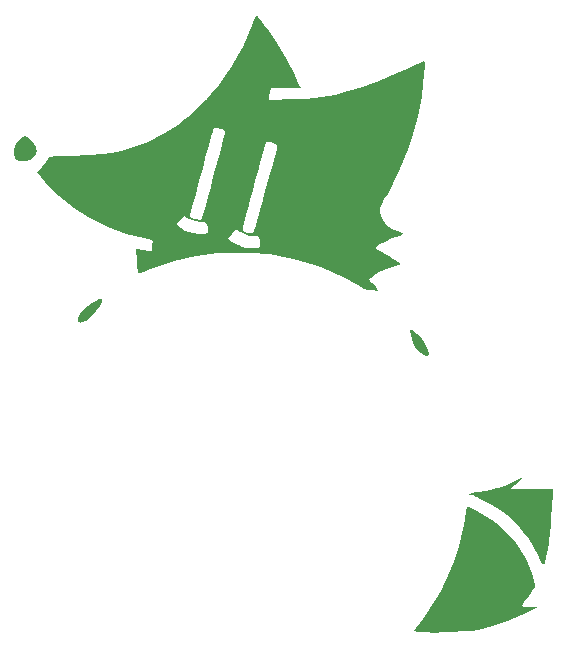
<source format=gbr>
%TF.GenerationSoftware,KiCad,Pcbnew,8.0.4*%
%TF.CreationDate,2024-09-30T12:03:32+02:00*%
%TF.ProjectId,MuHack_10th_pendant,4d754861-636b-45f3-9130-74685f70656e,rev?*%
%TF.SameCoordinates,Original*%
%TF.FileFunction,Legend,Top*%
%TF.FilePolarity,Positive*%
%FSLAX46Y46*%
G04 Gerber Fmt 4.6, Leading zero omitted, Abs format (unit mm)*
G04 Created by KiCad (PCBNEW 8.0.4) date 2024-09-30 12:03:32*
%MOMM*%
%LPD*%
G01*
G04 APERTURE LIST*
%ADD10C,0.000000*%
G04 APERTURE END LIST*
D10*
%TO.C,SilkScreen*%
G36*
X110502697Y-91986780D02*
G01*
X110811631Y-92223748D01*
X111161713Y-92595627D01*
X111483385Y-93019629D01*
X111707090Y-93412966D01*
X111713364Y-93427722D01*
X111861888Y-93869957D01*
X111856523Y-94123076D01*
X111694784Y-94189608D01*
X111374183Y-94072077D01*
X111185026Y-93964459D01*
X110748548Y-93566957D01*
X110459945Y-92990532D01*
X110334224Y-92420955D01*
X110294641Y-92083182D01*
X110311839Y-91938382D01*
X110404547Y-91938280D01*
X110502697Y-91986780D01*
G37*
G36*
X77907628Y-75619491D02*
G01*
X78180622Y-75867135D01*
X78435785Y-76195172D01*
X78615384Y-76531864D01*
X78665877Y-76755772D01*
X78556963Y-77151209D01*
X78271815Y-77464834D01*
X77872819Y-77666871D01*
X77422364Y-77727547D01*
X76982837Y-77617086D01*
X76925733Y-77586273D01*
X76740064Y-77351895D01*
X76693851Y-76995756D01*
X76764847Y-76579128D01*
X76930804Y-76163283D01*
X77169474Y-75809493D01*
X77458611Y-75579029D01*
X77674535Y-75523976D01*
X77907628Y-75619491D01*
G37*
G36*
X84261921Y-89410721D02*
G01*
X84201245Y-89610322D01*
X83994527Y-89969918D01*
X83934287Y-90065700D01*
X83582314Y-90542903D01*
X83201703Y-90932293D01*
X82828424Y-91211104D01*
X82498446Y-91356569D01*
X82247739Y-91345922D01*
X82128107Y-91208895D01*
X82143120Y-90936647D01*
X82328714Y-90592580D01*
X82640731Y-90221222D01*
X83035014Y-89867100D01*
X83467405Y-89574741D01*
X83893749Y-89388673D01*
X83947367Y-89374383D01*
X84177111Y-89341835D01*
X84261921Y-89410721D01*
G37*
G36*
X115975436Y-107314126D02*
G01*
X117215821Y-108040453D01*
X118315716Y-108945129D01*
X119254102Y-110002137D01*
X120009960Y-111185463D01*
X120562273Y-112469089D01*
X120785160Y-113267415D01*
X120831425Y-113524440D01*
X120815667Y-113730045D01*
X120711582Y-113950737D01*
X120492864Y-114253023D01*
X120298578Y-114497597D01*
X120025151Y-114860573D01*
X119836016Y-115155299D01*
X119764261Y-115328881D01*
X119767827Y-115346087D01*
X119917441Y-115407136D01*
X120229283Y-115448228D01*
X120467074Y-115457928D01*
X121100973Y-115464032D01*
X120124050Y-115963876D01*
X118765875Y-116569795D01*
X117326516Y-117052591D01*
X116033185Y-117353601D01*
X115442492Y-117435894D01*
X114706702Y-117504243D01*
X113890520Y-117556091D01*
X113058652Y-117588879D01*
X112275804Y-117600049D01*
X111606681Y-117587043D01*
X111119916Y-117547856D01*
X110541743Y-117466727D01*
X110984136Y-116917208D01*
X111807644Y-115785961D01*
X112600689Y-114493683D01*
X113318125Y-113123131D01*
X113914801Y-111757063D01*
X114148622Y-111116727D01*
X114303969Y-110604628D01*
X114480014Y-109939405D01*
X114654770Y-109208405D01*
X114801741Y-108521710D01*
X115123937Y-106903616D01*
X115975436Y-107314126D01*
G37*
G36*
X119772875Y-104548768D02*
G01*
X119561262Y-104780021D01*
X119421879Y-104906721D01*
X119162729Y-105146572D01*
X118990378Y-105328747D01*
X118963946Y-105365656D01*
X119055519Y-105405585D01*
X119357653Y-105434277D01*
X119836864Y-105450082D01*
X120459671Y-105451348D01*
X120652158Y-105448920D01*
X122401421Y-105421717D01*
X122333774Y-106376433D01*
X122293254Y-106962714D01*
X122246399Y-107662224D01*
X122201926Y-108344423D01*
X122192564Y-108491246D01*
X122133385Y-109176541D01*
X122044126Y-109907106D01*
X121935375Y-110616249D01*
X121817716Y-111237281D01*
X121701736Y-111703511D01*
X121665284Y-111812979D01*
X121606319Y-111904469D01*
X121523245Y-111869292D01*
X121395100Y-111680075D01*
X121200920Y-111309447D01*
X121061201Y-111024187D01*
X120299256Y-109714456D01*
X119355419Y-108538486D01*
X118256780Y-107523250D01*
X117030431Y-106695718D01*
X116376030Y-106359936D01*
X115927010Y-106159870D01*
X115552417Y-106006478D01*
X115315029Y-105925012D01*
X115277967Y-105918240D01*
X115188763Y-105888916D01*
X115280120Y-105833980D01*
X115492220Y-105771024D01*
X115765245Y-105717640D01*
X116039378Y-105691421D01*
X116050053Y-105691175D01*
X116509019Y-105635661D01*
X117109329Y-105499393D01*
X117771912Y-105306808D01*
X118417696Y-105082344D01*
X118967607Y-104850437D01*
X119238713Y-104705731D01*
X119604618Y-104503961D01*
X119785000Y-104454194D01*
X119772875Y-104548768D01*
G37*
G36*
X97317175Y-65329923D02*
G01*
X97493418Y-65519645D01*
X97537798Y-65573009D01*
X98191519Y-66430128D01*
X98875720Y-67444543D01*
X99545209Y-68541340D01*
X100154795Y-69645602D01*
X100659286Y-70682413D01*
X100761527Y-70917182D01*
X101010267Y-71504176D01*
X99785923Y-71481430D01*
X99267311Y-71476187D01*
X98849296Y-71480259D01*
X98585707Y-71492640D01*
X98522359Y-71505014D01*
X98480110Y-71644371D01*
X98425046Y-71930820D01*
X98412473Y-72009275D01*
X98341809Y-72467208D01*
X99970554Y-72467208D01*
X101525414Y-72403343D01*
X103070022Y-72205573D01*
X104640961Y-71864636D01*
X106274814Y-71371271D01*
X108008164Y-70716214D01*
X109552693Y-70041209D01*
X110175786Y-69759514D01*
X110719459Y-69523510D01*
X111146288Y-69348651D01*
X111418850Y-69250393D01*
X111500306Y-69236893D01*
X111521959Y-69389086D01*
X111512071Y-69736931D01*
X111475637Y-70234597D01*
X111417656Y-70836254D01*
X111343123Y-71496072D01*
X111257036Y-72168221D01*
X111164393Y-72806870D01*
X111070189Y-73366189D01*
X111024744Y-73598516D01*
X110559037Y-75413077D01*
X109924626Y-77241595D01*
X109153432Y-79003086D01*
X108277372Y-80616568D01*
X108224451Y-80703196D01*
X107959529Y-81152904D01*
X107809756Y-81475673D01*
X107750643Y-81744940D01*
X107757702Y-82034139D01*
X107763235Y-82086276D01*
X107944720Y-82664937D01*
X108340990Y-83136835D01*
X108942284Y-83491267D01*
X109099945Y-83552001D01*
X109432215Y-83684763D01*
X109643434Y-83797507D01*
X109683185Y-83841391D01*
X109577074Y-83920007D01*
X109300537Y-84043136D01*
X108961039Y-84167505D01*
X108480436Y-84356475D01*
X108017786Y-84581248D01*
X107782541Y-84721477D01*
X107326189Y-85031576D01*
X107897664Y-85374152D01*
X108361976Y-85655198D01*
X108863535Y-85962694D01*
X109045633Y-86075508D01*
X109622127Y-86434289D01*
X109010347Y-86574853D01*
X108025848Y-86900255D01*
X107216556Y-87386031D01*
X107183226Y-87412408D01*
X106820287Y-87703047D01*
X107274813Y-88206152D01*
X107586454Y-88564496D01*
X107726202Y-88763735D01*
X107697752Y-88814516D01*
X107504800Y-88727488D01*
X107443700Y-88692685D01*
X107153205Y-88614326D01*
X106898851Y-88623349D01*
X106664609Y-88613474D01*
X106336317Y-88496450D01*
X105874704Y-88256056D01*
X105553580Y-88067676D01*
X103948528Y-87221716D01*
X102189224Y-86512320D01*
X100336291Y-85959957D01*
X98450352Y-85585098D01*
X98032017Y-85527854D01*
X97120721Y-85452801D01*
X96056925Y-85428098D01*
X94919210Y-85450630D01*
X93786154Y-85517287D01*
X92736339Y-85624955D01*
X91848343Y-85770521D01*
X91834975Y-85773332D01*
X91140178Y-85940267D01*
X90353868Y-86161678D01*
X89543663Y-86415480D01*
X88777185Y-86679591D01*
X88122054Y-86931926D01*
X87692041Y-87126346D01*
X87245617Y-87354095D01*
X87168728Y-86793127D01*
X87118866Y-86301134D01*
X87092897Y-85794563D01*
X87091838Y-85698617D01*
X87091838Y-85165074D01*
X87763473Y-85244012D01*
X88146379Y-85283361D01*
X88346362Y-85271504D01*
X88422810Y-85187824D01*
X88435108Y-85011704D01*
X88435108Y-85010835D01*
X88461314Y-84697871D01*
X88503903Y-84519444D01*
X88487443Y-84412110D01*
X88319311Y-84323348D01*
X88166592Y-84286558D01*
X94959083Y-84286558D01*
X94969905Y-84315028D01*
X95124061Y-84443669D01*
X95426424Y-84621856D01*
X95685408Y-84751162D01*
X96119884Y-84908456D01*
X96590719Y-85009575D01*
X97029623Y-85048086D01*
X97368309Y-85017556D01*
X97531420Y-84925054D01*
X97561438Y-84731625D01*
X97533968Y-84424110D01*
X97529442Y-84399019D01*
X97468136Y-84153725D01*
X97356594Y-84034632D01*
X97121276Y-83996245D01*
X96873186Y-83993022D01*
X96289070Y-83912753D01*
X95923765Y-83730035D01*
X95554434Y-83467048D01*
X95217489Y-83818743D01*
X95015346Y-84085056D01*
X94959083Y-84286558D01*
X88166592Y-84286558D01*
X87961751Y-84237212D01*
X87740682Y-84197064D01*
X86199425Y-83828333D01*
X84662436Y-83264948D01*
X84154038Y-83014607D01*
X90551644Y-83014607D01*
X90642955Y-83164661D01*
X91006790Y-83450736D01*
X91534336Y-83671714D01*
X92147988Y-83800086D01*
X92495444Y-83821257D01*
X92872664Y-83805855D01*
X93127540Y-83763211D01*
X93197608Y-83717088D01*
X93175420Y-83531013D01*
X93160843Y-83449478D01*
X96097120Y-83449478D01*
X96181539Y-83604958D01*
X96445558Y-83734920D01*
X96824599Y-83808827D01*
X96863361Y-83811766D01*
X96932999Y-83760363D01*
X97024129Y-83585515D01*
X97142780Y-83268255D01*
X97294982Y-82789618D01*
X97486764Y-82130636D01*
X97724156Y-81272345D01*
X98013188Y-80195777D01*
X98014456Y-80191006D01*
X98255970Y-79283675D01*
X98478588Y-78449831D01*
X98674242Y-77719486D01*
X98834870Y-77122651D01*
X98952406Y-76689339D01*
X99018786Y-76449562D01*
X99029438Y-76413881D01*
X98954901Y-76308193D01*
X98732224Y-76189165D01*
X98452900Y-76090631D01*
X98208420Y-76046428D01*
X98101482Y-76070705D01*
X98059808Y-76194758D01*
X97964781Y-76520018D01*
X97825857Y-77011677D01*
X97652491Y-77634926D01*
X97454138Y-78354956D01*
X97240255Y-79136958D01*
X97020296Y-79946124D01*
X96803716Y-80747644D01*
X96599972Y-81506709D01*
X96418519Y-82188511D01*
X96268812Y-82758242D01*
X96160306Y-83181091D01*
X96102458Y-83422250D01*
X96097120Y-83449478D01*
X93160843Y-83449478D01*
X93121991Y-83232157D01*
X93121285Y-83228626D01*
X93048248Y-82981942D01*
X92908112Y-82873352D01*
X92618783Y-82847253D01*
X92557864Y-82847016D01*
X92105400Y-82778385D01*
X91644467Y-82606087D01*
X91592833Y-82578403D01*
X91114902Y-82309791D01*
X90792228Y-82632466D01*
X90589828Y-82860304D01*
X90551644Y-83014607D01*
X84154038Y-83014607D01*
X83175103Y-82532568D01*
X82718086Y-82245115D01*
X91664487Y-82245115D01*
X91702379Y-82399820D01*
X91943255Y-82522161D01*
X92066747Y-82558041D01*
X92377260Y-82619515D01*
X92575640Y-82621182D01*
X92597253Y-82610423D01*
X92645179Y-82479480D01*
X92746744Y-82141642D01*
X92893738Y-81626281D01*
X93077950Y-80962773D01*
X93291170Y-80180489D01*
X93525187Y-79308805D01*
X93623402Y-78939323D01*
X93863184Y-78036259D01*
X94084108Y-77207190D01*
X94278098Y-76482188D01*
X94437076Y-75891330D01*
X94552968Y-75464687D01*
X94617696Y-75232333D01*
X94627343Y-75200833D01*
X94552455Y-75091168D01*
X94305538Y-74975962D01*
X94173209Y-74937019D01*
X93825748Y-74870771D01*
X93654989Y-74902145D01*
X93622198Y-74950990D01*
X93579674Y-75101123D01*
X93482723Y-75456607D01*
X93339603Y-75986743D01*
X93158572Y-76660831D01*
X92947888Y-77448173D01*
X92715808Y-78318070D01*
X92647923Y-78572977D01*
X92410656Y-79463542D01*
X92191989Y-80282905D01*
X92000297Y-80999794D01*
X91843955Y-81582935D01*
X91731338Y-82001058D01*
X91670820Y-82222889D01*
X91664487Y-82245115D01*
X82718086Y-82245115D01*
X81782815Y-81656851D01*
X80530962Y-80663454D01*
X79464932Y-79578034D01*
X79370302Y-79465425D01*
X78643513Y-78587200D01*
X79071936Y-78158777D01*
X79342220Y-77854815D01*
X79535336Y-77576417D01*
X79579809Y-77480031D01*
X79623882Y-77382797D01*
X79709669Y-77314596D01*
X79875561Y-77270279D01*
X80159946Y-77244700D01*
X80601214Y-77232712D01*
X81237754Y-77229167D01*
X81452231Y-77228988D01*
X83196407Y-77170465D01*
X84770123Y-76990237D01*
X86219698Y-76679089D01*
X87591453Y-76227809D01*
X88539091Y-75819393D01*
X90049580Y-74975882D01*
X91486580Y-73916766D01*
X92829429Y-72664888D01*
X94057465Y-71243092D01*
X95150028Y-69674221D01*
X96086455Y-67981118D01*
X96541130Y-66972365D01*
X96762901Y-66434642D01*
X96955329Y-65961878D01*
X97095568Y-65610582D01*
X97156257Y-65450893D01*
X97223452Y-65312980D01*
X97317175Y-65329923D01*
G37*
%TD*%
%LPC*%
%TO.C,F-Mask*%
G36*
X91592833Y-82578403D02*
G01*
X92043507Y-82761207D01*
X92509231Y-82845850D01*
X92558886Y-82847016D01*
X92912462Y-82895705D01*
X93109968Y-83071858D01*
X93189071Y-83420601D01*
X93195940Y-83610237D01*
X93088983Y-83740575D01*
X92807563Y-83814273D01*
X92414573Y-83832217D01*
X91972910Y-83795295D01*
X91545469Y-83704393D01*
X91235056Y-83582590D01*
X90909883Y-83383456D01*
X90664415Y-83186497D01*
X90634249Y-83153587D01*
X90549317Y-82996498D01*
X90610274Y-82833150D01*
X90792228Y-82632466D01*
X91114902Y-82309791D01*
X91592833Y-82578403D01*
G37*
G36*
X96102518Y-83788414D02*
G01*
X96605554Y-83988909D01*
X97013718Y-84018303D01*
X97058992Y-84011098D01*
X97327307Y-83986685D01*
X97453770Y-84090829D01*
X97516925Y-84325091D01*
X97584292Y-84722836D01*
X97554203Y-84937078D01*
X97383012Y-85022545D01*
X97027074Y-85033964D01*
X96952656Y-85032626D01*
X96497429Y-85001133D01*
X96078239Y-84935628D01*
X95930885Y-84897494D01*
X95562805Y-84730251D01*
X95204319Y-84497456D01*
X95198192Y-84492571D01*
X94846165Y-84210312D01*
X95186652Y-83852925D01*
X95527139Y-83495538D01*
X96102518Y-83788414D01*
G37*
G36*
X78795908Y-101429462D02*
G01*
X79136389Y-101486120D01*
X79610581Y-101569433D01*
X80070204Y-101652785D01*
X80606131Y-101750843D01*
X81043588Y-101830116D01*
X81332982Y-101881667D01*
X81425595Y-101897016D01*
X81420584Y-101996278D01*
X81387798Y-102141246D01*
X81337273Y-102272370D01*
X81239648Y-102345792D01*
X81049691Y-102364005D01*
X80722171Y-102329500D01*
X80211858Y-102244770D01*
X80045712Y-102215189D01*
X79596515Y-102137530D01*
X79343995Y-102109025D01*
X79244658Y-102134483D01*
X79255010Y-102218716D01*
X79295099Y-102298201D01*
X79357683Y-102520717D01*
X79258533Y-102643368D01*
X79082147Y-102731260D01*
X78957556Y-102687426D01*
X78824276Y-102473470D01*
X78749552Y-102320276D01*
X78604729Y-101941425D01*
X78547011Y-101626166D01*
X78583715Y-101436707D01*
X78642322Y-101408554D01*
X78795908Y-101429462D01*
G37*
G36*
X81463646Y-94912556D02*
G01*
X81653939Y-95173093D01*
X81889521Y-95544695D01*
X81949080Y-95645310D01*
X82349132Y-96242430D01*
X82727796Y-96620277D01*
X82870332Y-96711060D01*
X83166675Y-96885224D01*
X83285675Y-97024843D01*
X83270303Y-97200777D01*
X83232139Y-97307701D01*
X83160648Y-97445913D01*
X83053004Y-97477829D01*
X82852634Y-97394381D01*
X82512511Y-97192388D01*
X82179869Y-97020035D01*
X81830236Y-96927376D01*
X81367841Y-96893077D01*
X81159066Y-96890911D01*
X80643465Y-96880943D01*
X80336817Y-96842009D01*
X80204250Y-96759196D01*
X80210890Y-96617589D01*
X80262253Y-96507354D01*
X80364999Y-96379067D01*
X80536902Y-96325866D01*
X80846354Y-96335328D01*
X81074750Y-96359758D01*
X81764849Y-96440866D01*
X81429370Y-95868415D01*
X81239984Y-95461139D01*
X81167855Y-95115860D01*
X81216595Y-94883947D01*
X81355258Y-94814323D01*
X81463646Y-94912556D01*
G37*
G36*
X112713412Y-100696021D02*
G01*
X112767565Y-100818515D01*
X112797109Y-101097835D01*
X112704469Y-101222436D01*
X112260402Y-101568178D01*
X111983086Y-101810382D01*
X111889125Y-101934300D01*
X111893148Y-101943065D01*
X112028671Y-102002896D01*
X112316547Y-102106190D01*
X112491838Y-102164622D01*
X112871731Y-102326638D01*
X113052669Y-102513412D01*
X113080380Y-102608744D01*
X113066683Y-102785859D01*
X112937073Y-102857377D01*
X112660277Y-102823408D01*
X112205023Y-102684058D01*
X112003377Y-102612457D01*
X111405365Y-102448637D01*
X110839098Y-102425912D01*
X110690636Y-102439273D01*
X110318562Y-102472994D01*
X110128081Y-102454144D01*
X110058636Y-102361959D01*
X110049531Y-102219450D01*
X110086636Y-102025724D01*
X110241890Y-101921109D01*
X110542694Y-101863026D01*
X110961372Y-101736858D01*
X111463545Y-101449265D01*
X111850133Y-101168267D01*
X112246690Y-100865829D01*
X112493968Y-100697283D01*
X112635147Y-100646168D01*
X112713412Y-100696021D01*
G37*
G36*
X96591377Y-87267195D02*
G01*
X96682265Y-87314015D01*
X96745223Y-87440522D01*
X96786954Y-87687348D01*
X96814159Y-88095127D01*
X96833542Y-88704494D01*
X96834416Y-88740558D01*
X96868820Y-90173939D01*
X96558041Y-90173939D01*
X96381783Y-90137065D01*
X96200820Y-90001541D01*
X95979049Y-89730015D01*
X95680365Y-89285134D01*
X95643973Y-89228257D01*
X95040685Y-88282576D01*
X95004483Y-89248986D01*
X94959418Y-89830714D01*
X94875608Y-90175554D01*
X94751279Y-90288038D01*
X94624831Y-90217188D01*
X94591347Y-90068190D01*
X94564205Y-89727546D01*
X94546413Y-89247817D01*
X94540877Y-88749259D01*
X94540877Y-87365285D01*
X94837490Y-87365285D01*
X95010814Y-87406936D01*
X95194710Y-87556306D01*
X95423467Y-87850018D01*
X95722827Y-88310961D01*
X96311550Y-89256637D01*
X96347146Y-88241925D01*
X96370799Y-87741892D01*
X96406054Y-87441626D01*
X96464053Y-87296664D01*
X96555936Y-87262542D01*
X96591377Y-87267195D01*
G37*
G36*
X101373653Y-88237141D02*
G01*
X101556607Y-88298030D01*
X101938626Y-88461817D01*
X102097610Y-88611330D01*
X102026759Y-88735975D01*
X101874648Y-88793496D01*
X101709394Y-88919919D01*
X101534688Y-89230856D01*
X101335353Y-89753714D01*
X101323444Y-89788954D01*
X101179393Y-90265220D01*
X101110578Y-90601977D01*
X101124926Y-90758563D01*
X101133422Y-90763601D01*
X101243140Y-90902130D01*
X101235339Y-91102347D01*
X101165636Y-91188234D01*
X101004088Y-91183337D01*
X100703705Y-91110491D01*
X100555060Y-91063149D01*
X100241773Y-90913918D01*
X100063026Y-90748645D01*
X100043531Y-90610306D01*
X100208001Y-90541876D01*
X100254384Y-90540285D01*
X100389846Y-90476848D01*
X100528783Y-90263204D01*
X100690537Y-89864355D01*
X100791037Y-89569249D01*
X100948592Y-89037119D01*
X101012283Y-88693233D01*
X100978947Y-88554749D01*
X100978156Y-88554474D01*
X100903295Y-88424096D01*
X100924060Y-88309756D01*
X100991995Y-88195777D01*
X101119036Y-88171995D01*
X101373653Y-88237141D01*
G37*
G36*
X101380210Y-117921344D02*
G01*
X101487414Y-118040289D01*
X101501454Y-118199420D01*
X101467765Y-118408818D01*
X101318290Y-118492290D01*
X101090518Y-118504708D01*
X100613193Y-118600659D01*
X100251779Y-118859413D01*
X100056481Y-119237318D01*
X100036069Y-119421487D01*
X100124063Y-120037116D01*
X100390187Y-120489407D01*
X100595433Y-120659407D01*
X100810447Y-120781658D01*
X101002743Y-120809858D01*
X101270099Y-120745223D01*
X101484785Y-120670465D01*
X101912550Y-120552757D01*
X102150675Y-120574032D01*
X102168909Y-120588702D01*
X102222566Y-120781104D01*
X102077245Y-120999884D01*
X101768135Y-121202024D01*
X101615397Y-121265399D01*
X101133398Y-121400398D01*
X100743452Y-121394806D01*
X100335395Y-121244983D01*
X100288680Y-121221586D01*
X99877535Y-120889468D01*
X99579631Y-120410143D01*
X99412889Y-119853237D01*
X99395228Y-119288376D01*
X99544568Y-118785186D01*
X99627522Y-118652677D01*
X100033185Y-118269620D01*
X100561321Y-117998101D01*
X101102462Y-117894324D01*
X101104579Y-117894321D01*
X101380210Y-117921344D01*
G37*
G36*
X80480140Y-98654939D02*
G01*
X80925594Y-98792919D01*
X81357163Y-98982242D01*
X81700465Y-99190117D01*
X81881122Y-99383752D01*
X81883423Y-99389443D01*
X81978895Y-99889432D01*
X81869719Y-100295604D01*
X81584218Y-100587433D01*
X81150718Y-100744395D01*
X80597543Y-100745965D01*
X80153137Y-100643248D01*
X79707071Y-100427330D01*
X79333303Y-100115247D01*
X79091372Y-99766542D01*
X79032223Y-99522279D01*
X79045613Y-99474949D01*
X79570542Y-99474949D01*
X79682894Y-99718715D01*
X80027575Y-99947062D01*
X80107925Y-99983170D01*
X80630503Y-100183952D01*
X80990097Y-100258238D01*
X81231484Y-100207922D01*
X81397667Y-100037724D01*
X81442736Y-99794080D01*
X81255400Y-99566549D01*
X80830911Y-99350762D01*
X80542489Y-99250375D01*
X80155165Y-99137753D01*
X79924283Y-99107326D01*
X79777041Y-99157049D01*
X79696431Y-99226627D01*
X79570542Y-99474949D01*
X79045613Y-99474949D01*
X79143530Y-99128830D01*
X79436748Y-98813135D01*
X79850828Y-98628104D01*
X80095182Y-98601093D01*
X80480140Y-98654939D01*
G37*
G36*
X98520951Y-76117931D02*
G01*
X98616773Y-76142120D01*
X98927373Y-76259520D01*
X99033632Y-76398038D01*
X99025446Y-76475508D01*
X98980422Y-76641507D01*
X98880727Y-77012540D01*
X98734646Y-77557661D01*
X98550462Y-78245928D01*
X98336460Y-79046395D01*
X98100924Y-79928118D01*
X98014431Y-80252064D01*
X97741005Y-81276154D01*
X97521017Y-82087790D01*
X97343487Y-82710098D01*
X97197430Y-83166205D01*
X97071866Y-83479238D01*
X96955810Y-83672323D01*
X96838282Y-83768588D01*
X96708297Y-83791158D01*
X96554874Y-83763162D01*
X96372608Y-83709369D01*
X96150943Y-83605205D01*
X96083337Y-83507840D01*
X96124008Y-83324043D01*
X96217880Y-82947920D01*
X96355544Y-82414426D01*
X96527590Y-81758520D01*
X96724612Y-81015158D01*
X96937198Y-80219298D01*
X97155941Y-79405896D01*
X97371432Y-78609911D01*
X97574262Y-77866299D01*
X97755022Y-77210018D01*
X97904304Y-76676025D01*
X98012698Y-76299276D01*
X98070797Y-76114730D01*
X98076481Y-76102570D01*
X98230123Y-76075418D01*
X98520951Y-76117931D01*
G37*
G36*
X93987721Y-74894282D02*
G01*
X94169750Y-74936141D01*
X94495872Y-75047227D01*
X94617055Y-75175446D01*
X94611284Y-75261012D01*
X94566148Y-75425527D01*
X94466643Y-75795058D01*
X94321067Y-76338570D01*
X94137716Y-77025025D01*
X93924887Y-77823385D01*
X93690876Y-78702613D01*
X93611703Y-79000381D01*
X93372981Y-79892036D01*
X93151763Y-80706142D01*
X92956369Y-81413024D01*
X92795124Y-81983011D01*
X92676348Y-82386430D01*
X92608364Y-82593608D01*
X92598154Y-82614222D01*
X92444589Y-82633567D01*
X92153069Y-82591341D01*
X92063967Y-82570599D01*
X91755350Y-82461590D01*
X91651777Y-82327306D01*
X91660617Y-82253873D01*
X91706031Y-82088287D01*
X91805800Y-81718043D01*
X91951527Y-81174513D01*
X92134817Y-80489070D01*
X92347273Y-79693089D01*
X92580498Y-78817941D01*
X92645720Y-78572977D01*
X92882357Y-77685412D01*
X93099982Y-76871782D01*
X93290331Y-76162790D01*
X93445134Y-75589134D01*
X93556126Y-75181513D01*
X93615039Y-74970629D01*
X93621086Y-74950990D01*
X93726891Y-74873112D01*
X93987721Y-74894282D01*
G37*
G36*
X102533687Y-88625341D02*
G01*
X102658035Y-88663045D01*
X102768424Y-88735290D01*
X102822082Y-88881079D01*
X102826935Y-89156769D01*
X102791504Y-89612314D01*
X102741382Y-90082114D01*
X102687915Y-90481137D01*
X102642659Y-90723156D01*
X102642575Y-90723458D01*
X102685453Y-90765681D01*
X102874195Y-90640585D01*
X103190422Y-90361607D01*
X103358965Y-90199694D01*
X103795587Y-89795506D01*
X104103913Y-89568034D01*
X104306268Y-89501733D01*
X104348738Y-89510596D01*
X104497289Y-89602398D01*
X104525361Y-89737944D01*
X104417355Y-89941818D01*
X104157675Y-90238606D01*
X103730723Y-90652890D01*
X103473717Y-90889817D01*
X103004663Y-91310754D01*
X102676152Y-91582961D01*
X102454256Y-91728612D01*
X102305048Y-91769884D01*
X102194601Y-91728950D01*
X102192372Y-91727310D01*
X102109465Y-91645541D01*
X102062680Y-91520793D01*
X102051483Y-91308591D01*
X102075342Y-90964464D01*
X102133725Y-90443936D01*
X102173171Y-90123841D01*
X102246970Y-89556967D01*
X102314089Y-89085710D01*
X102367173Y-88758871D01*
X102398868Y-88625253D01*
X102399057Y-88625053D01*
X102533687Y-88625341D01*
G37*
G36*
X89650348Y-88689126D02*
G01*
X89695840Y-88757673D01*
X89698359Y-88977563D01*
X89492994Y-89071593D01*
X89418850Y-89074900D01*
X89174785Y-89141930D01*
X88944919Y-89269075D01*
X88762766Y-89469964D01*
X88804305Y-89638981D01*
X89049362Y-89757562D01*
X89477760Y-89807144D01*
X89530172Y-89807593D01*
X90041788Y-89878055D01*
X90362428Y-90095250D01*
X90502607Y-90467889D01*
X90511069Y-90620200D01*
X90397959Y-91027441D01*
X90089351Y-91356476D01*
X89631328Y-91564977D01*
X89442327Y-91601901D01*
X89106963Y-91621561D01*
X88934412Y-91550593D01*
X88880805Y-91459788D01*
X88813391Y-91267295D01*
X88801454Y-91217539D01*
X88908694Y-91177961D01*
X89175849Y-91122984D01*
X89274056Y-91106504D01*
X89723483Y-90974453D01*
X89955111Y-90785867D01*
X89974322Y-90583402D01*
X89786499Y-90409711D01*
X89397026Y-90307447D01*
X89171774Y-90296054D01*
X88656742Y-90215510D01*
X88321840Y-89987421D01*
X88182992Y-89632102D01*
X88256122Y-89169868D01*
X88266733Y-89141429D01*
X88446665Y-88913952D01*
X88748974Y-88735117D01*
X89099679Y-88624790D01*
X89424797Y-88602837D01*
X89650348Y-88689126D01*
G37*
G36*
X94251384Y-118844186D02*
G01*
X94428166Y-118906937D01*
X94513776Y-119052648D01*
X94539902Y-119351090D01*
X94540877Y-119481624D01*
X94568586Y-119849966D01*
X94683923Y-120069510D01*
X94935201Y-120177574D01*
X95370734Y-120211477D01*
X95487271Y-120212656D01*
X95884146Y-120214323D01*
X95884146Y-119542689D01*
X95891951Y-119158113D01*
X95933701Y-118957875D01*
X96036896Y-118882167D01*
X96192979Y-118871054D01*
X96501812Y-118871054D01*
X96467739Y-120489083D01*
X96433665Y-122107112D01*
X96090789Y-122146433D01*
X95747914Y-122185754D01*
X95831803Y-121444270D01*
X95915692Y-120702785D01*
X95167227Y-120702785D01*
X94418761Y-120702785D01*
X94418761Y-121435477D01*
X94412297Y-121841545D01*
X94376975Y-122060781D01*
X94288899Y-122150534D01*
X94124174Y-122168153D01*
X94113473Y-122168170D01*
X93956143Y-122156234D01*
X93865046Y-122085554D01*
X93822194Y-121903818D01*
X93809601Y-121558715D01*
X93809053Y-121282833D01*
X93821429Y-120682334D01*
X93852605Y-120034342D01*
X93885906Y-119593171D01*
X93932124Y-119164752D01*
X93984821Y-118929446D01*
X94068614Y-118836810D01*
X94208114Y-118836401D01*
X94251384Y-118844186D01*
G37*
G36*
X109321226Y-93919491D02*
G01*
X109680009Y-94218180D01*
X109867653Y-94495583D01*
X110011061Y-94790467D01*
X110031056Y-94952793D01*
X109935365Y-95056036D01*
X109927145Y-95061306D01*
X109681690Y-95168232D01*
X109528964Y-95072450D01*
X109448653Y-94900891D01*
X109285313Y-94611243D01*
X109151736Y-94462975D01*
X108927148Y-94348490D01*
X108793932Y-94455712D01*
X108750982Y-94786807D01*
X108778537Y-95194005D01*
X108813400Y-95632721D01*
X108787292Y-95910368D01*
X108689229Y-96104937D01*
X108642401Y-96160690D01*
X108309689Y-96362256D01*
X107899283Y-96376186D01*
X107511582Y-96211237D01*
X107252661Y-95956543D01*
X107039913Y-95624080D01*
X106920114Y-95301467D01*
X106922920Y-95108590D01*
X107067548Y-94947643D01*
X107259477Y-94990631D01*
X107445623Y-95218841D01*
X107487041Y-95307452D01*
X107690334Y-95649228D01*
X107924503Y-95822189D01*
X108144388Y-95799320D01*
X108209807Y-95739820D01*
X108284801Y-95553341D01*
X108261513Y-95247713D01*
X108208258Y-95010193D01*
X108132447Y-94629575D01*
X108149477Y-94375576D01*
X108256622Y-94159487D01*
X108559641Y-93879737D01*
X108931140Y-93803208D01*
X109321226Y-93919491D01*
G37*
G36*
X92669538Y-87658794D02*
G01*
X92830549Y-87789440D01*
X93041941Y-88056794D01*
X93329190Y-88491137D01*
X93540882Y-88831975D01*
X93836466Y-89323605D01*
X94077871Y-89742711D01*
X94239706Y-90043984D01*
X94296646Y-90180714D01*
X94214943Y-90305581D01*
X94018649Y-90298528D01*
X93780989Y-90183758D01*
X93575187Y-89985472D01*
X93540091Y-89930655D01*
X93366318Y-89685556D01*
X93167257Y-89614441D01*
X92929514Y-89643680D01*
X92622008Y-89708266D01*
X92471979Y-89796496D01*
X92398759Y-89986191D01*
X92354651Y-90198271D01*
X92234199Y-90511842D01*
X92018603Y-90637777D01*
X92002461Y-90640365D01*
X91785690Y-90612595D01*
X91738673Y-90518249D01*
X91764169Y-90338671D01*
X91828326Y-89975552D01*
X91920962Y-89484652D01*
X92013433Y-89013843D01*
X92038933Y-88891727D01*
X92587031Y-88891727D01*
X92640504Y-89133593D01*
X92765754Y-89195036D01*
X92885508Y-89085920D01*
X92906773Y-88889986D01*
X92825047Y-88679577D01*
X92696081Y-88586439D01*
X92614081Y-88691019D01*
X92587031Y-88891727D01*
X92038933Y-88891727D01*
X92137466Y-88419868D01*
X92237194Y-88025833D01*
X92328084Y-87790706D01*
X92425607Y-87673457D01*
X92533430Y-87634575D01*
X92669538Y-87658794D01*
G37*
G36*
X91561010Y-118293444D02*
G01*
X91654854Y-118417171D01*
X91671367Y-118668897D01*
X91613888Y-119085865D01*
X91507276Y-119607513D01*
X91386756Y-120247376D01*
X91357640Y-120695200D01*
X91427960Y-120988507D01*
X91605750Y-121164820D01*
X91859648Y-121253470D01*
X92136561Y-121280967D01*
X92349644Y-121203050D01*
X92521907Y-120987648D01*
X92676358Y-120602691D01*
X92836007Y-120016110D01*
X92880166Y-119831053D01*
X93011093Y-119298087D01*
X93113584Y-118963705D01*
X93206508Y-118786882D01*
X93308735Y-118726596D01*
X93386593Y-118730019D01*
X93607739Y-118787323D01*
X93676354Y-118822067D01*
X93672900Y-118954542D01*
X93622428Y-119271555D01*
X93534214Y-119719990D01*
X93459824Y-120062140D01*
X93249327Y-120829636D01*
X93003372Y-121372849D01*
X92701940Y-121711240D01*
X92325012Y-121864266D01*
X91852570Y-121851389D01*
X91660506Y-121811180D01*
X91261187Y-121684489D01*
X91017030Y-121505318D01*
X90839697Y-121202322D01*
X90804000Y-121119448D01*
X90730723Y-120905912D01*
X90703022Y-120680280D01*
X90724181Y-120383135D01*
X90797485Y-119955058D01*
X90894302Y-119485798D01*
X91021032Y-118921739D01*
X91123417Y-118558097D01*
X91217693Y-118354453D01*
X91320096Y-118270388D01*
X91386494Y-118260477D01*
X91561010Y-118293444D01*
G37*
G36*
X87446723Y-89909568D02*
G01*
X87735103Y-90173713D01*
X87861759Y-90538374D01*
X87816299Y-90859585D01*
X87789850Y-91023837D01*
X87883522Y-91159023D01*
X88141547Y-91312333D01*
X88322294Y-91399450D01*
X88711198Y-91599086D01*
X88888280Y-91747594D01*
X88872571Y-91873567D01*
X88714390Y-91988481D01*
X88492814Y-92025174D01*
X88159449Y-91923059D01*
X87943204Y-91820752D01*
X87513115Y-91642218D01*
X87245356Y-91616122D01*
X87152966Y-91736112D01*
X87248981Y-91995833D01*
X87330165Y-92119493D01*
X87504817Y-92457324D01*
X87516201Y-92717049D01*
X87367010Y-92851565D01*
X87287793Y-92860477D01*
X87155628Y-92762391D01*
X86931566Y-92496085D01*
X86648150Y-92103490D01*
X86369809Y-91677761D01*
X85816105Y-90792710D01*
X86510602Y-90792710D01*
X86627404Y-91021841D01*
X86792490Y-91182089D01*
X87000648Y-91134311D01*
X87222257Y-90949474D01*
X87298608Y-90828116D01*
X87278892Y-90601414D01*
X87183841Y-90457837D01*
X86983468Y-90338201D01*
X86740012Y-90410399D01*
X86739739Y-90410545D01*
X86523397Y-90580742D01*
X86510602Y-90792710D01*
X85816105Y-90792710D01*
X85629881Y-90495045D01*
X86147158Y-90151841D01*
X86534332Y-89945097D01*
X86910483Y-89822876D01*
X87042383Y-89808115D01*
X87446723Y-89909568D01*
G37*
G36*
X111019347Y-96338989D02*
G01*
X111030287Y-96343134D01*
X111137381Y-96516677D01*
X111148569Y-96602391D01*
X111073960Y-96756564D01*
X110875361Y-97042255D01*
X110590614Y-97413848D01*
X110257561Y-97825728D01*
X109914043Y-98232278D01*
X109597902Y-98587882D01*
X109346981Y-98846925D01*
X109199122Y-98963790D01*
X109187575Y-98966246D01*
X109077199Y-98865421D01*
X109008253Y-98711627D01*
X109027088Y-98410288D01*
X109189053Y-98178532D01*
X109353094Y-97979271D01*
X109381666Y-97807902D01*
X109284941Y-97553081D01*
X109252457Y-97484406D01*
X109099723Y-97215489D01*
X108924907Y-97109416D01*
X108625029Y-97109852D01*
X108576017Y-97114362D01*
X108231569Y-97116465D01*
X108166275Y-97082378D01*
X109723071Y-97082378D01*
X109742583Y-97253946D01*
X109871420Y-97308473D01*
X110075139Y-97172999D01*
X110235157Y-97009748D01*
X110213039Y-96936754D01*
X110111102Y-96909362D01*
X109866009Y-96937130D01*
X109723071Y-97082378D01*
X108166275Y-97082378D01*
X108056889Y-97025272D01*
X108020592Y-96958802D01*
X107981927Y-96759144D01*
X107999959Y-96701075D01*
X108148981Y-96654627D01*
X108481946Y-96594500D01*
X108939509Y-96527702D01*
X109462331Y-96461243D01*
X109991067Y-96402133D01*
X110466377Y-96357381D01*
X110828917Y-96333997D01*
X111019347Y-96338989D01*
G37*
G36*
X105194409Y-90136212D02*
G01*
X105464794Y-90267735D01*
X105794399Y-90483264D01*
X106131278Y-90724998D01*
X106378590Y-90901564D01*
X106480530Y-90973179D01*
X106484416Y-91089522D01*
X106389154Y-91266452D01*
X106263539Y-91387233D01*
X106231886Y-91395093D01*
X106060200Y-91326344D01*
X105792090Y-91155410D01*
X105712813Y-91096846D01*
X105424857Y-90912186D01*
X105243395Y-90895404D01*
X105182296Y-90938096D01*
X105054843Y-91151826D01*
X105131275Y-91369681D01*
X105409146Y-91620014D01*
X105684337Y-91889386D01*
X105751061Y-92096805D01*
X105643503Y-92208060D01*
X105395845Y-92188942D01*
X105042271Y-92005240D01*
X105031695Y-91997762D01*
X104645576Y-91722821D01*
X104427499Y-92011932D01*
X104306777Y-92191196D01*
X104304769Y-92322047D01*
X104449564Y-92473053D01*
X104691009Y-92655207D01*
X104976304Y-92887628D01*
X105079105Y-93047372D01*
X105031688Y-93179154D01*
X104919107Y-93296321D01*
X104802331Y-93326543D01*
X104626340Y-93253578D01*
X104336113Y-93061183D01*
X104126544Y-92911958D01*
X103811846Y-92662226D01*
X103605724Y-92451234D01*
X103554436Y-92339791D01*
X103638059Y-92187248D01*
X103831902Y-91887204D01*
X104102855Y-91489906D01*
X104287128Y-91227908D01*
X104592614Y-90797763D01*
X104847413Y-90437874D01*
X105016411Y-90197897D01*
X105061707Y-90132585D01*
X105194409Y-90136212D01*
G37*
G36*
X107373128Y-91726509D02*
G01*
X107615955Y-91941848D01*
X107869296Y-92246707D01*
X108082614Y-92577226D01*
X108205373Y-92869541D01*
X108217800Y-92961658D01*
X108107792Y-93337860D01*
X107825044Y-93656459D01*
X107440474Y-93843089D01*
X107363752Y-93857224D01*
X107168637Y-93920554D01*
X107049852Y-94087508D01*
X106963757Y-94424200D01*
X106953667Y-94478506D01*
X106840198Y-94881912D01*
X106686534Y-95048410D01*
X106486999Y-94982873D01*
X106428107Y-94929630D01*
X106366690Y-94743772D01*
X106401795Y-94382954D01*
X106453645Y-94136229D01*
X106531815Y-93675743D01*
X106499951Y-93431717D01*
X106355734Y-93401416D01*
X106096848Y-93582108D01*
X106033647Y-93640887D01*
X105739661Y-93884902D01*
X105527864Y-93945720D01*
X105337274Y-93838010D01*
X105312767Y-93814290D01*
X105285512Y-93707315D01*
X105374156Y-93525421D01*
X105598209Y-93241057D01*
X105932656Y-92875355D01*
X106691358Y-92875355D01*
X106972085Y-93106024D01*
X107280715Y-93264703D01*
X107530915Y-93212481D01*
X107652716Y-93040176D01*
X107628261Y-92833474D01*
X107486424Y-92591685D01*
X107255755Y-92310958D01*
X106973556Y-92593157D01*
X106691358Y-92875355D01*
X105932656Y-92875355D01*
X105977182Y-92826668D01*
X106112622Y-92684723D01*
X106504420Y-92285446D01*
X106842478Y-91957191D01*
X107086992Y-91737601D01*
X107191354Y-91664556D01*
X107373128Y-91726509D01*
G37*
G36*
X98388028Y-87523801D02*
G01*
X98519359Y-87659522D01*
X98668002Y-87934341D01*
X98858776Y-88388036D01*
X98938285Y-88591762D01*
X99364435Y-89696123D01*
X99553738Y-88744406D01*
X99656383Y-88266144D01*
X99743082Y-87984385D01*
X99834936Y-87854225D01*
X99953045Y-87830762D01*
X99981142Y-87834827D01*
X100189817Y-87881208D01*
X100247284Y-87903574D01*
X100236422Y-88026389D01*
X100185784Y-88339956D01*
X100103730Y-88795584D01*
X100008092Y-89296291D01*
X99889190Y-89886693D01*
X99796858Y-90277484D01*
X99714631Y-90509462D01*
X99626042Y-90623427D01*
X99514624Y-90660177D01*
X99456720Y-90662400D01*
X99252090Y-90606521D01*
X99079855Y-90404748D01*
X98932691Y-90102757D01*
X98794918Y-89774768D01*
X98708164Y-89555589D01*
X98692800Y-89507093D01*
X98649402Y-89383443D01*
X98540556Y-89116394D01*
X98490475Y-88998227D01*
X98288150Y-88525381D01*
X98128046Y-89370165D01*
X98017206Y-89893910D01*
X97914851Y-90207358D01*
X97802522Y-90342954D01*
X97661758Y-90333140D01*
X97599275Y-90299462D01*
X97523600Y-90219326D01*
X97493746Y-90069190D01*
X97511439Y-89802745D01*
X97578404Y-89373678D01*
X97648019Y-88991806D01*
X97765995Y-88369243D01*
X97854903Y-87947623D01*
X97930389Y-87687789D01*
X98008103Y-87550581D01*
X98103691Y-87496843D01*
X98232802Y-87487414D01*
X98249186Y-87487400D01*
X98388028Y-87523801D01*
G37*
G36*
X103828754Y-116900339D02*
G01*
X103777230Y-117179144D01*
X103662846Y-117576108D01*
X103631198Y-117671289D01*
X103488977Y-118092975D01*
X103383661Y-118411976D01*
X103334564Y-118569630D01*
X103333185Y-118576475D01*
X103431118Y-118646228D01*
X103692710Y-118807772D01*
X104069648Y-119031585D01*
X104247422Y-119135134D01*
X104654446Y-119384988D01*
X104959513Y-119599232D01*
X105116037Y-119743943D01*
X105126470Y-119775257D01*
X104995667Y-119901870D01*
X104838439Y-119979242D01*
X104608090Y-119990061D01*
X104276527Y-119868136D01*
X103892218Y-119655087D01*
X103414707Y-119380060D01*
X103119432Y-119253224D01*
X102988118Y-119283324D01*
X103002494Y-119479104D01*
X103144285Y-119849311D01*
X103203919Y-119984498D01*
X103340127Y-120339890D01*
X103350781Y-120538971D01*
X103295506Y-120606540D01*
X103067877Y-120691777D01*
X102874965Y-120604285D01*
X102682285Y-120318471D01*
X102561383Y-120061679D01*
X102224220Y-119286627D01*
X101976860Y-118704761D01*
X101809375Y-118286329D01*
X101711832Y-118001577D01*
X101674303Y-117820753D01*
X101686855Y-117714105D01*
X101739558Y-117651880D01*
X101753855Y-117642267D01*
X101978957Y-117544763D01*
X102153411Y-117607124D01*
X102320359Y-117858941D01*
X102432586Y-118107833D01*
X102676226Y-118687881D01*
X102954021Y-117862347D01*
X103188936Y-117291352D01*
X103440211Y-116944418D01*
X103723955Y-116801376D01*
X103806343Y-116795093D01*
X103828754Y-116900339D01*
G37*
G36*
X97846693Y-118647790D02*
G01*
X97859916Y-118649744D01*
X98020333Y-118748060D01*
X98243777Y-119014591D01*
X98543045Y-119467016D01*
X98930933Y-120123012D01*
X98948204Y-120153266D01*
X99252210Y-120692186D01*
X99507373Y-121155592D01*
X99691441Y-121502220D01*
X99782162Y-121690811D01*
X99787843Y-121710237D01*
X99686316Y-121778719D01*
X99482432Y-121801823D01*
X99212967Y-121723093D01*
X98972735Y-121457646D01*
X98915183Y-121364813D01*
X98712150Y-121079573D01*
X98527479Y-120982544D01*
X98400311Y-120996800D01*
X98057492Y-121056463D01*
X97885871Y-121067464D01*
X97706364Y-121121664D01*
X97589081Y-121319942D01*
X97519525Y-121588121D01*
X97425958Y-121923622D01*
X97294816Y-122086166D01*
X97075519Y-122145680D01*
X96831995Y-122136335D01*
X96792372Y-122023564D01*
X96840311Y-121840189D01*
X96926493Y-121479397D01*
X97036505Y-121002258D01*
X97104093Y-120702785D01*
X97226356Y-120160473D01*
X97837992Y-120160473D01*
X97891439Y-120389303D01*
X98097350Y-120457865D01*
X98137601Y-120458554D01*
X98333494Y-120446366D01*
X98368478Y-120365649D01*
X98260169Y-120150172D01*
X98232481Y-120101834D01*
X98043626Y-119851976D01*
X97908445Y-119834845D01*
X97842167Y-120048176D01*
X97837992Y-120160473D01*
X97226356Y-120160473D01*
X97273645Y-119950718D01*
X97402335Y-119405014D01*
X97501987Y-119033553D01*
X97584424Y-118804219D01*
X97661472Y-118684892D01*
X97744953Y-118643455D01*
X97846693Y-118647790D01*
G37*
G36*
X111924427Y-98322482D02*
G01*
X112032629Y-98410658D01*
X112106314Y-98585339D01*
X112185065Y-98848826D01*
X112199716Y-98896006D01*
X112317855Y-99330596D01*
X112341082Y-99627045D01*
X112275465Y-99869593D01*
X112270603Y-99880408D01*
X111994337Y-100227567D01*
X111602901Y-100396198D01*
X111170083Y-100354961D01*
X111161179Y-100351655D01*
X110944724Y-100293790D01*
X110772126Y-100342993D01*
X110567469Y-100534869D01*
X110430199Y-100694478D01*
X110139979Y-101014304D01*
X109952402Y-101141365D01*
X109834893Y-101086282D01*
X109767422Y-100910552D01*
X109795229Y-100656191D01*
X110008726Y-100323051D01*
X110132932Y-100178749D01*
X110421426Y-99807468D01*
X110514975Y-99558480D01*
X110417225Y-99443375D01*
X110131821Y-99473745D01*
X109932709Y-99542034D01*
X109594568Y-99664157D01*
X109416200Y-99676467D01*
X109333097Y-99565824D01*
X109297919Y-99412763D01*
X109309179Y-99344534D01*
X110981279Y-99344534D01*
X111049660Y-99517932D01*
X111244999Y-99751633D01*
X111478523Y-99797888D01*
X111671484Y-99662040D01*
X111738956Y-99471153D01*
X111717661Y-99154146D01*
X111540781Y-99025052D01*
X111230570Y-99080399D01*
X111008950Y-99192671D01*
X110981279Y-99344534D01*
X109309179Y-99344534D01*
X109318071Y-99290656D01*
X109451893Y-99169470D01*
X109736505Y-99027293D01*
X110209029Y-98842211D01*
X110354819Y-98788865D01*
X110996905Y-98554004D01*
X111446147Y-98396454D01*
X111742127Y-98318513D01*
X111924427Y-98322482D01*
G37*
G36*
X88246248Y-117088042D02*
G01*
X88386259Y-117131814D01*
X88476314Y-117209759D01*
X88527433Y-117368817D01*
X88550639Y-117655930D01*
X88556955Y-118118036D01*
X88557223Y-118412392D01*
X88557223Y-119658692D01*
X89442560Y-118787970D01*
X89857101Y-118389519D01*
X90145137Y-118142733D01*
X90347083Y-118020991D01*
X90503357Y-117997674D01*
X90602656Y-118023870D01*
X90815202Y-118163771D01*
X90877953Y-118287071D01*
X90832728Y-118477477D01*
X90712023Y-118832984D01*
X90539202Y-119295359D01*
X90337631Y-119806371D01*
X90130677Y-120307785D01*
X89941705Y-120741370D01*
X89794081Y-121048893D01*
X89724430Y-121161912D01*
X89568855Y-121254275D01*
X89371076Y-121159989D01*
X89271962Y-121066962D01*
X89240617Y-120942660D01*
X89285212Y-120733481D01*
X89413921Y-120385820D01*
X89534167Y-120090285D01*
X89910274Y-119176343D01*
X89121770Y-119956518D01*
X88669111Y-120384542D01*
X88350384Y-120617910D01*
X88140748Y-120647547D01*
X88015365Y-120464380D01*
X87949397Y-120059335D01*
X87920954Y-119517849D01*
X87885588Y-118443650D01*
X87538980Y-119328987D01*
X87358263Y-119747085D01*
X87191320Y-120058215D01*
X87068764Y-120207006D01*
X87050518Y-120212453D01*
X86859095Y-120186115D01*
X86755910Y-120091601D01*
X86743914Y-119896387D01*
X86826060Y-119567949D01*
X87005298Y-119073762D01*
X87197397Y-118593945D01*
X87424524Y-118045809D01*
X87623138Y-117582124D01*
X87773129Y-117248755D01*
X87854386Y-117091570D01*
X87857996Y-117087268D01*
X88021628Y-117055871D01*
X88246248Y-117088042D01*
G37*
G36*
X84388574Y-91690216D02*
G01*
X84708408Y-91825453D01*
X85136064Y-92018876D01*
X85616554Y-92244324D01*
X86094887Y-92475639D01*
X86516075Y-92686661D01*
X86825129Y-92851231D01*
X86962454Y-92938467D01*
X86929486Y-93050127D01*
X86805621Y-93199030D01*
X86647908Y-93329640D01*
X86494644Y-93333264D01*
X86244685Y-93208548D01*
X86214221Y-93191115D01*
X85956160Y-93057494D01*
X85786004Y-93056933D01*
X85591268Y-93205331D01*
X85499969Y-93292067D01*
X85285583Y-93527993D01*
X85228985Y-93735155D01*
X85297139Y-94037221D01*
X85299155Y-94043802D01*
X85370512Y-94358541D01*
X85328306Y-94540208D01*
X85254375Y-94614657D01*
X85094424Y-94777801D01*
X84843025Y-95074510D01*
X84553554Y-95441689D01*
X84543094Y-95455429D01*
X84278490Y-95797582D01*
X84076701Y-96047486D01*
X83977278Y-96156326D01*
X83974206Y-96157593D01*
X83872533Y-96084138D01*
X83621734Y-95884188D01*
X83259664Y-95588364D01*
X82828413Y-95230818D01*
X81717667Y-94304043D01*
X81961009Y-93979135D01*
X82213151Y-93653842D01*
X82492871Y-93307921D01*
X82508251Y-93289418D01*
X82713227Y-93061956D01*
X82845573Y-93004850D01*
X82981885Y-93095118D01*
X83022620Y-93135078D01*
X83145492Y-93285022D01*
X83132626Y-93420309D01*
X82966251Y-93623569D01*
X82903329Y-93689742D01*
X82650501Y-93996882D01*
X82588107Y-94217765D01*
X82704618Y-94403460D01*
X82736035Y-94430792D01*
X82888103Y-94475984D01*
X83089689Y-94354548D01*
X83247343Y-94201513D01*
X83570337Y-93934306D01*
X83822552Y-93841641D01*
X83966446Y-93903930D01*
X83964474Y-94101580D01*
X83779094Y-94415002D01*
X83742417Y-94459846D01*
X83509040Y-94766818D01*
X83448399Y-94963684D01*
X83556591Y-95109001D01*
X83693604Y-95191907D01*
X83885678Y-95259272D01*
X84051649Y-95190705D01*
X84272149Y-94952700D01*
X84273652Y-94950871D01*
X84507960Y-94708412D01*
X84703226Y-94576876D01*
X84741117Y-94568992D01*
X84819214Y-94570600D01*
X84863391Y-94548984D01*
X84864644Y-94466471D01*
X84813971Y-94285391D01*
X84702368Y-93968074D01*
X84520832Y-93476846D01*
X84406596Y-93169258D01*
X84183122Y-92547387D01*
X84168859Y-92500984D01*
X84720621Y-92500984D01*
X84797497Y-92685276D01*
X84961146Y-92905422D01*
X85126877Y-92923802D01*
X85225109Y-92782301D01*
X85158662Y-92647804D01*
X84962791Y-92519982D01*
X84752038Y-92436988D01*
X84720621Y-92500984D01*
X84168859Y-92500984D01*
X84050888Y-92117167D01*
X84006083Y-91845277D01*
X84044894Y-91698394D01*
X84163509Y-91643196D01*
X84231552Y-91639323D01*
X84388574Y-91690216D01*
G37*
G36*
X97219046Y-91258257D02*
G01*
X97300747Y-91268273D01*
X99115206Y-91605597D01*
X100801064Y-92147864D01*
X102372289Y-92901718D01*
X103842849Y-93873802D01*
X105160389Y-95006457D01*
X106398836Y-96366439D01*
X107433696Y-97860418D01*
X108260846Y-99481460D01*
X108876165Y-101222628D01*
X108895216Y-101290714D01*
X109102875Y-102264534D01*
X109240950Y-103388595D01*
X109305936Y-104578019D01*
X109294331Y-105747927D01*
X109202633Y-106813441D01*
X109139463Y-107209035D01*
X109011534Y-107811300D01*
X108851589Y-108445985D01*
X108675874Y-109060017D01*
X108500638Y-109600321D01*
X108342131Y-110013826D01*
X108216601Y-110247457D01*
X108205401Y-110259999D01*
X108169311Y-110179385D01*
X108140183Y-109862152D01*
X108118246Y-109315817D01*
X108103725Y-108547900D01*
X108096847Y-107565919D01*
X108096930Y-106657596D01*
X108097055Y-105473317D01*
X108088482Y-104502299D01*
X108067871Y-103713634D01*
X108031882Y-103076409D01*
X107977175Y-102559715D01*
X107900409Y-102132641D01*
X107798246Y-101764277D01*
X107667344Y-101423714D01*
X107504364Y-101080039D01*
X107491526Y-101054790D01*
X106949297Y-100234256D01*
X106260669Y-99608568D01*
X105428655Y-99179373D01*
X104456270Y-98948320D01*
X103566925Y-98907570D01*
X102494751Y-99023529D01*
X101578919Y-99313876D01*
X100797501Y-99786062D01*
X100667485Y-99892604D01*
X100386136Y-100124570D01*
X100194247Y-100265961D01*
X100141889Y-100288502D01*
X100134231Y-100160401D01*
X100121537Y-99822486D01*
X100104888Y-99309094D01*
X100085365Y-98654567D01*
X100064048Y-97893243D01*
X100050303Y-97378746D01*
X99975011Y-94509035D01*
X98753858Y-94509035D01*
X97532704Y-94509035D01*
X97532704Y-103118170D01*
X97532704Y-111727304D01*
X98725455Y-111762281D01*
X99319589Y-111770378D01*
X99703865Y-111750858D01*
X99911438Y-111700470D01*
X99971202Y-111640165D01*
X99985400Y-111483785D01*
X100000990Y-111113392D01*
X100017249Y-110559196D01*
X100033453Y-109851405D01*
X100048878Y-109020229D01*
X100062800Y-108095877D01*
X100070070Y-107514323D01*
X100083421Y-106419636D01*
X100096784Y-105540412D01*
X100112152Y-104847893D01*
X100131518Y-104313321D01*
X100156874Y-103907936D01*
X100190213Y-103602980D01*
X100233528Y-103369694D01*
X100288811Y-103179319D01*
X100358055Y-103003096D01*
X100387259Y-102936518D01*
X100723542Y-102314432D01*
X101122266Y-101865862D01*
X101647048Y-101520095D01*
X101674244Y-101506026D01*
X102159194Y-101339501D01*
X102777721Y-101239059D01*
X103425989Y-101213468D01*
X104000162Y-101271497D01*
X104118270Y-101299630D01*
X104580401Y-101540521D01*
X104992235Y-101961730D01*
X105298377Y-102499396D01*
X105386828Y-102762053D01*
X105428388Y-103035103D01*
X105470152Y-103528295D01*
X105510928Y-104217545D01*
X105549525Y-105078768D01*
X105584749Y-106087881D01*
X105615408Y-107220799D01*
X105622084Y-107514323D01*
X105714435Y-111727304D01*
X106386069Y-111761177D01*
X106886501Y-111793857D01*
X107165046Y-111856103D01*
X107243827Y-111987843D01*
X107144969Y-112229002D01*
X106890595Y-112619509D01*
X106874673Y-112642961D01*
X105806882Y-114002348D01*
X104570633Y-115198136D01*
X103187186Y-116220525D01*
X101677805Y-117059716D01*
X100063751Y-117705910D01*
X98366286Y-118149307D01*
X96606671Y-118380109D01*
X94806170Y-118388516D01*
X94460943Y-118364141D01*
X92708097Y-118097656D01*
X91007682Y-117595168D01*
X89370610Y-116861350D01*
X87807790Y-115900876D01*
X86694963Y-115037986D01*
X85870685Y-114337490D01*
X85870685Y-112839048D01*
X85876990Y-112256975D01*
X85894180Y-111766480D01*
X85919663Y-111417681D01*
X85950849Y-111260696D01*
X85952361Y-111258929D01*
X86092631Y-111266110D01*
X86247031Y-111370008D01*
X86713883Y-111670645D01*
X87341132Y-111905028D01*
X88048612Y-112049064D01*
X88619597Y-112083039D01*
X89438536Y-112022730D01*
X90122157Y-111845563D01*
X90762861Y-111522966D01*
X91049218Y-111331682D01*
X91648426Y-110906432D01*
X92026142Y-111337029D01*
X92324137Y-111635534D01*
X92618478Y-111867776D01*
X92703186Y-111917555D01*
X93182864Y-112049862D01*
X93778471Y-112058783D01*
X94398791Y-111950313D01*
X94867379Y-111775278D01*
X95456742Y-111483073D01*
X95488147Y-110628266D01*
X95492961Y-110065229D01*
X95445918Y-109712631D01*
X95329595Y-109539120D01*
X95126567Y-109513342D01*
X94902114Y-109573767D01*
X94515695Y-109686185D01*
X94282474Y-109668553D01*
X94135314Y-109496176D01*
X94043489Y-109257949D01*
X93999609Y-109052280D01*
X93967392Y-108723310D01*
X93946448Y-108250040D01*
X93936392Y-107611472D01*
X93936834Y-106786608D01*
X93947387Y-105754448D01*
X93961710Y-104831266D01*
X93976462Y-103826783D01*
X93985937Y-102863207D01*
X93990122Y-101977677D01*
X93989005Y-101207334D01*
X93982572Y-100589318D01*
X93970810Y-100160770D01*
X93963388Y-100034756D01*
X93896862Y-99210477D01*
X92692427Y-99210477D01*
X92181644Y-99213360D01*
X91775237Y-99221125D01*
X91526097Y-99232447D01*
X91473577Y-99241006D01*
X91468123Y-99365769D01*
X91459029Y-99707036D01*
X91446881Y-100237113D01*
X91432267Y-100928310D01*
X91415774Y-101752936D01*
X91397989Y-102683299D01*
X91381029Y-103606631D01*
X91358937Y-104802462D01*
X91337287Y-105780702D01*
X91311996Y-106567951D01*
X91278983Y-107190807D01*
X91234166Y-107675868D01*
X91173463Y-108049734D01*
X91092792Y-108339002D01*
X90988071Y-108570272D01*
X90855218Y-108770141D01*
X90690151Y-108965209D01*
X90532589Y-109135223D01*
X90073054Y-109469270D01*
X89454571Y-109698678D01*
X88744406Y-109810866D01*
X88009830Y-109793252D01*
X87521995Y-109698310D01*
X87007908Y-109450530D01*
X86527703Y-109038961D01*
X86158046Y-108540270D01*
X86006890Y-108183205D01*
X85965308Y-107901840D01*
X85930633Y-107390699D01*
X85903308Y-106664149D01*
X85883775Y-105736559D01*
X85872477Y-104622297D01*
X85869698Y-103728746D01*
X85866917Y-102756642D01*
X85860129Y-101853870D01*
X85849896Y-101051817D01*
X85836779Y-100381865D01*
X85821340Y-99875400D01*
X85804142Y-99563807D01*
X85793717Y-99485237D01*
X85744171Y-99356562D01*
X85646568Y-99275896D01*
X85451722Y-99232092D01*
X85110447Y-99214002D01*
X84581437Y-99210477D01*
X84013909Y-99224525D01*
X83600809Y-99263815D01*
X83381526Y-99324064D01*
X83360780Y-99343173D01*
X83341859Y-99489615D01*
X83320939Y-99854706D01*
X83298770Y-100412879D01*
X83276098Y-101138566D01*
X83253673Y-102006201D01*
X83232241Y-102990217D01*
X83212550Y-104065047D01*
X83200929Y-104807836D01*
X83123088Y-110139804D01*
X82783282Y-109101823D01*
X82338941Y-107360158D01*
X82125669Y-105578103D01*
X82142127Y-103785358D01*
X82386974Y-102011621D01*
X82858871Y-100286590D01*
X83223140Y-99349848D01*
X84028593Y-97787867D01*
X85022086Y-96361026D01*
X86182616Y-95081382D01*
X87489178Y-93960995D01*
X88920769Y-93011920D01*
X90456387Y-92246216D01*
X92075027Y-91675941D01*
X93755685Y-91313150D01*
X95477360Y-91169903D01*
X97219046Y-91258257D01*
G37*
G36*
X96972511Y-63398612D02*
G01*
X97215941Y-63644679D01*
X97547160Y-64010597D01*
X97934697Y-64460209D01*
X98347081Y-64957355D01*
X98752840Y-65465877D01*
X98958450Y-65732920D01*
X99623645Y-66674134D01*
X100287841Y-67729643D01*
X100901365Y-68814414D01*
X101414544Y-69843414D01*
X101582438Y-70224744D01*
X102050973Y-71340454D01*
X102478377Y-71281400D01*
X103593445Y-71067992D01*
X104869761Y-70718449D01*
X106274247Y-70244578D01*
X107773825Y-69658183D01*
X109335418Y-68971072D01*
X110443902Y-68438388D01*
X111081983Y-68124220D01*
X111647278Y-67851945D01*
X112102536Y-67639018D01*
X112410502Y-67502894D01*
X112530948Y-67460477D01*
X112574654Y-67575253D01*
X112596345Y-67892575D01*
X112597942Y-68371934D01*
X112581368Y-68972822D01*
X112548543Y-69654728D01*
X112501390Y-70377145D01*
X112441830Y-71099564D01*
X112371786Y-71781476D01*
X112299451Y-72340178D01*
X111869788Y-74525366D01*
X111233016Y-76697363D01*
X110409118Y-78800672D01*
X109418076Y-80779794D01*
X109011265Y-81472359D01*
X108693443Y-81990491D01*
X108991103Y-82288151D01*
X109281272Y-82504569D01*
X109696258Y-82678282D01*
X110283107Y-82826301D01*
X110686627Y-82901299D01*
X110980476Y-82967128D01*
X111091863Y-83075589D01*
X111080582Y-83300306D01*
X111067923Y-83370787D01*
X110875836Y-84019837D01*
X110558630Y-84489861D01*
X110119915Y-84809264D01*
X109595390Y-85087524D01*
X110053182Y-85524241D01*
X110493376Y-86107588D01*
X110732779Y-86827559D01*
X110781542Y-87408879D01*
X110765722Y-87709061D01*
X110698035Y-87817801D01*
X110568521Y-87794430D01*
X110200365Y-87703266D01*
X109714244Y-87652269D01*
X109212444Y-87645220D01*
X108797250Y-87685901D01*
X108657956Y-87723801D01*
X108304362Y-87861219D01*
X108552085Y-88132242D01*
X108946493Y-88671409D01*
X109164391Y-89263585D01*
X109231412Y-89983015D01*
X109230248Y-90096475D01*
X109213289Y-90934877D01*
X109666582Y-90862392D01*
X110262627Y-90846369D01*
X110816891Y-91012693D01*
X111373437Y-91379953D01*
X111772684Y-91750895D01*
X112284116Y-92363245D01*
X112662153Y-93002159D01*
X112893101Y-93626638D01*
X112963266Y-94195679D01*
X112858953Y-94668282D01*
X112787890Y-94790453D01*
X112708632Y-94926384D01*
X112685481Y-95072148D01*
X112731122Y-95276222D01*
X112858241Y-95587079D01*
X113079522Y-96053194D01*
X113163117Y-96224328D01*
X113976975Y-98148947D01*
X114593326Y-100177844D01*
X114996352Y-102252223D01*
X115132975Y-103546950D01*
X115216072Y-104729101D01*
X115899388Y-104646986D01*
X117017513Y-104456434D01*
X117960596Y-104163116D01*
X118784738Y-103743142D01*
X119546041Y-103172623D01*
X119711663Y-103023611D01*
X120091732Y-102685465D01*
X120338745Y-102505311D01*
X120486546Y-102462831D01*
X120557165Y-102516021D01*
X120657925Y-102767617D01*
X120764485Y-103165633D01*
X120855743Y-103613742D01*
X120910597Y-104015621D01*
X120917800Y-104162161D01*
X120925391Y-104295658D01*
X120977265Y-104382046D01*
X121117072Y-104431578D01*
X121388463Y-104454505D01*
X121835088Y-104461079D01*
X122192082Y-104461439D01*
X123466363Y-104461439D01*
X123407172Y-105591006D01*
X123317713Y-107134289D01*
X123220119Y-108460686D01*
X123109478Y-109597523D01*
X122980878Y-110572123D01*
X122829405Y-111411810D01*
X122650146Y-112143909D01*
X122438188Y-112795745D01*
X122188619Y-113394641D01*
X121903158Y-113955910D01*
X121715193Y-114311689D01*
X121643554Y-114505553D01*
X121678307Y-114584648D01*
X121768082Y-114597016D01*
X121995837Y-114643196D01*
X122332361Y-114760796D01*
X122707155Y-114918405D01*
X123049719Y-115084614D01*
X123289552Y-115228012D01*
X123360108Y-115306319D01*
X123260218Y-115405895D01*
X122992002Y-115589403D01*
X122602638Y-115825859D01*
X122352656Y-115967967D01*
X120890046Y-116744077D01*
X119554711Y-117365866D01*
X118295855Y-117846169D01*
X117062681Y-118197817D01*
X115804395Y-118433642D01*
X114470200Y-118566476D01*
X113009301Y-118609153D01*
X111956487Y-118594315D01*
X109650464Y-118530554D01*
X108598314Y-119441888D01*
X106855197Y-120795111D01*
X105002373Y-121935482D01*
X103054779Y-122858056D01*
X101027356Y-123557885D01*
X98935042Y-124030025D01*
X96792775Y-124269527D01*
X94615495Y-124271446D01*
X94113473Y-124237931D01*
X92240888Y-124001522D01*
X90452826Y-123588126D01*
X88687418Y-122980477D01*
X87152896Y-122295643D01*
X85240730Y-121226396D01*
X83487744Y-119972652D01*
X81898815Y-118539229D01*
X80478824Y-116930944D01*
X79232648Y-115152616D01*
X78370145Y-113622575D01*
X77502242Y-111654240D01*
X76863650Y-109620190D01*
X76454717Y-107539699D01*
X76275786Y-105432044D01*
X76288989Y-104888843D01*
X77389482Y-104888843D01*
X77395827Y-105800626D01*
X77412601Y-106520714D01*
X77443731Y-107101556D01*
X77493147Y-107595601D01*
X77564777Y-108055296D01*
X77662420Y-108532506D01*
X78246009Y-110638392D01*
X79031005Y-112607497D01*
X80020340Y-114445361D01*
X81216944Y-116157525D01*
X82434845Y-117555394D01*
X84001968Y-119024269D01*
X85676586Y-120275388D01*
X87464652Y-121311855D01*
X89372115Y-122136773D01*
X91404928Y-122753248D01*
X93033779Y-123083688D01*
X93862402Y-123176999D01*
X94856617Y-123223085D01*
X95942795Y-123223940D01*
X97047309Y-123181559D01*
X98096531Y-123097936D01*
X99016833Y-122975066D01*
X99344948Y-122912717D01*
X101391672Y-122358400D01*
X103334504Y-121593371D01*
X105160280Y-120630745D01*
X106855837Y-119483636D01*
X108408013Y-118165161D01*
X109022579Y-117514885D01*
X110549778Y-117514885D01*
X111123933Y-117569146D01*
X111641593Y-117594930D01*
X112333499Y-117597209D01*
X113131107Y-117578963D01*
X113965871Y-117543169D01*
X114769248Y-117492808D01*
X115472693Y-117430856D01*
X116007660Y-117360295D01*
X116033185Y-117355802D01*
X117049893Y-117121550D01*
X118157373Y-116778998D01*
X119249516Y-116364374D01*
X120149524Y-115950411D01*
X121100973Y-115464032D01*
X120467074Y-115457928D01*
X120096128Y-115435881D01*
X119836999Y-115386086D01*
X119768472Y-115347131D01*
X119807670Y-115208417D01*
X119969360Y-114933466D01*
X120221463Y-114575130D01*
X120298078Y-114474547D01*
X120892388Y-113706654D01*
X120652429Y-112839094D01*
X120165748Y-111528978D01*
X119465974Y-110313064D01*
X118574379Y-109216839D01*
X117512235Y-108265788D01*
X116300813Y-107485397D01*
X116094242Y-107377917D01*
X115117319Y-106885542D01*
X114956051Y-107841039D01*
X114469738Y-110029233D01*
X113767963Y-112103400D01*
X112848916Y-114067843D01*
X111710785Y-115926866D01*
X111327237Y-116463463D01*
X110549778Y-117514885D01*
X109022579Y-117514885D01*
X109803644Y-116688435D01*
X111029568Y-115066572D01*
X112072621Y-113312688D01*
X112919641Y-111439898D01*
X113557464Y-109461318D01*
X113773409Y-108536636D01*
X113987420Y-107139214D01*
X114072290Y-105891659D01*
X115209240Y-105891659D01*
X115318608Y-105918240D01*
X115582046Y-105988945D01*
X115995623Y-106167294D01*
X116506908Y-106424501D01*
X117063469Y-106731779D01*
X117612875Y-107060341D01*
X118102693Y-107381401D01*
X118437776Y-107630763D01*
X119281491Y-108431515D01*
X120080550Y-109405891D01*
X120780331Y-110483490D01*
X121065125Y-111017136D01*
X121300568Y-111484170D01*
X121469144Y-111764734D01*
X121592106Y-111848757D01*
X121690707Y-111726170D01*
X121786199Y-111386904D01*
X121899836Y-110820888D01*
X121941276Y-110602009D01*
X122031565Y-110030987D01*
X122115542Y-109338025D01*
X122179021Y-108645289D01*
X122193493Y-108430189D01*
X122233634Y-107775624D01*
X122277840Y-107088270D01*
X122318520Y-106485193D01*
X122330935Y-106309955D01*
X122395860Y-105410875D01*
X120618849Y-105456824D01*
X119991794Y-105467672D01*
X119461793Y-105466609D01*
X119071661Y-105454529D01*
X118864214Y-105432325D01*
X118841838Y-105419771D01*
X118929612Y-105302926D01*
X119154060Y-105095106D01*
X119330300Y-104949900D01*
X119667808Y-104660150D01*
X119799078Y-104497075D01*
X119730788Y-104467700D01*
X119469614Y-104579052D01*
X119149792Y-104759974D01*
X118657764Y-105001837D01*
X118018351Y-105241420D01*
X117318888Y-105452844D01*
X116646714Y-105610230D01*
X116089162Y-105687701D01*
X116007075Y-105691175D01*
X115728788Y-105717411D01*
X115464923Y-105772147D01*
X115272675Y-105836517D01*
X115209240Y-105891659D01*
X114072290Y-105891659D01*
X114091410Y-105610606D01*
X114086014Y-104035964D01*
X113971866Y-102500443D01*
X113749604Y-101089194D01*
X113716712Y-100936793D01*
X113496576Y-100069190D01*
X113221444Y-99173147D01*
X112907070Y-98285043D01*
X112569207Y-97441256D01*
X112223611Y-96678167D01*
X111886034Y-96032153D01*
X111572230Y-95539594D01*
X111297955Y-95236869D01*
X111227933Y-95189712D01*
X110546855Y-94766358D01*
X110058590Y-94342919D01*
X109715771Y-93875004D01*
X109614330Y-93677478D01*
X109448563Y-93266587D01*
X109340958Y-92894690D01*
X109318031Y-92724663D01*
X109266027Y-92524131D01*
X109095289Y-92262612D01*
X108841880Y-91977213D01*
X110296771Y-91977213D01*
X110304985Y-92194862D01*
X110334224Y-92420955D01*
X110500346Y-93108789D01*
X110796465Y-93617111D01*
X111174540Y-93942581D01*
X111566148Y-94153025D01*
X111800349Y-94180612D01*
X111881162Y-94025761D01*
X111881261Y-94016651D01*
X111794699Y-93636148D01*
X111567352Y-93172752D01*
X111247734Y-92697893D01*
X110884353Y-92283003D01*
X110525724Y-91999512D01*
X110502697Y-91986780D01*
X110356431Y-91923944D01*
X110296771Y-91977213D01*
X108841880Y-91977213D01*
X108781701Y-91909437D01*
X108309386Y-91441811D01*
X106725718Y-90093276D01*
X105008812Y-88946675D01*
X103169914Y-88007035D01*
X101220272Y-87279380D01*
X99171131Y-86768737D01*
X97247751Y-86498548D01*
X95180312Y-86431203D01*
X93125965Y-86605073D01*
X91101377Y-87017168D01*
X89123217Y-87664497D01*
X87968978Y-88162937D01*
X87096453Y-88587922D01*
X86421170Y-88949435D01*
X85911623Y-89269576D01*
X85536305Y-89570444D01*
X85263710Y-89874139D01*
X85063159Y-90201122D01*
X84665799Y-90842232D01*
X84168995Y-91427549D01*
X83617670Y-91919496D01*
X83056751Y-92280494D01*
X82531160Y-92472967D01*
X82321312Y-92494587D01*
X82048244Y-92602452D01*
X81697730Y-92905976D01*
X81287982Y-93376098D01*
X80837215Y-93983759D01*
X80363639Y-94699898D01*
X79885469Y-95495457D01*
X79420917Y-96341375D01*
X78988196Y-97208592D01*
X78605518Y-98068048D01*
X78291095Y-98890685D01*
X78265308Y-98966246D01*
X77954291Y-99950289D01*
X77722244Y-100849130D01*
X77559455Y-101728442D01*
X77456213Y-102653897D01*
X77402807Y-103691169D01*
X77389482Y-104888843D01*
X76288989Y-104888843D01*
X76327206Y-103316499D01*
X76609320Y-101212339D01*
X77122475Y-99138840D01*
X77867018Y-97115275D01*
X78065941Y-96669956D01*
X78501791Y-95782973D01*
X78979064Y-94933708D01*
X79530888Y-94070417D01*
X80190387Y-93141353D01*
X80990690Y-92094772D01*
X81013359Y-92065928D01*
X81149502Y-91816441D01*
X81141585Y-91527797D01*
X81105024Y-91384071D01*
X81099112Y-91219082D01*
X82130501Y-91219082D01*
X82237403Y-91364449D01*
X82508097Y-91344715D01*
X82793335Y-91222822D01*
X83251521Y-90888894D01*
X83711191Y-90387798D01*
X84026047Y-89929708D01*
X84218802Y-89578296D01*
X84261457Y-89392295D01*
X84149666Y-89341145D01*
X83947367Y-89376469D01*
X83300472Y-89657683D01*
X82718775Y-90145869D01*
X82439251Y-90496964D01*
X82195185Y-90924594D01*
X82130501Y-91219082D01*
X81099112Y-91219082D01*
X81088129Y-90912539D01*
X81261954Y-90381656D01*
X81595351Y-89834171D01*
X82057175Y-89312836D01*
X82616279Y-88860398D01*
X83169199Y-88550878D01*
X83707145Y-88376271D01*
X84338532Y-88310432D01*
X84569743Y-88309326D01*
X85149773Y-88288107D01*
X85566490Y-88198018D01*
X85791928Y-88092239D01*
X86178037Y-87864430D01*
X86096052Y-86790578D01*
X86056813Y-86242614D01*
X86024916Y-85734422D01*
X86005812Y-85354856D01*
X86003433Y-85281095D01*
X85984159Y-85035355D01*
X85903963Y-84881217D01*
X85706682Y-84767193D01*
X85336151Y-84641795D01*
X85290636Y-84627649D01*
X84379908Y-84293060D01*
X83375041Y-83835451D01*
X82361837Y-83296941D01*
X81488091Y-82760978D01*
X80848767Y-82293996D01*
X80150645Y-81711727D01*
X79449005Y-81066747D01*
X78799128Y-80411628D01*
X78256295Y-79798944D01*
X77952251Y-79398288D01*
X77591789Y-78966245D01*
X77259420Y-78760691D01*
X77225865Y-78752581D01*
X76724846Y-78583741D01*
X78646972Y-78583741D01*
X79318077Y-79402638D01*
X80448557Y-80597521D01*
X81764457Y-81663675D01*
X83233266Y-82582621D01*
X84822474Y-83335880D01*
X86499570Y-83904973D01*
X87740179Y-84189746D01*
X88191746Y-84285759D01*
X88436828Y-84375690D01*
X88512178Y-84475478D01*
X88503400Y-84520753D01*
X88449884Y-84778996D01*
X88435108Y-85010835D01*
X88423465Y-85185714D01*
X88349439Y-85270077D01*
X88154380Y-85283587D01*
X87779641Y-85245907D01*
X87745808Y-85241936D01*
X87056509Y-85160922D01*
X87124332Y-86150441D01*
X87163202Y-86617414D01*
X87206502Y-86983055D01*
X87246430Y-87185018D01*
X87256140Y-87203945D01*
X87388286Y-87186955D01*
X87695803Y-87091093D01*
X88129276Y-86932992D01*
X88518722Y-86778929D01*
X90298158Y-86154431D01*
X92109774Y-85726719D01*
X93997283Y-85488410D01*
X96004400Y-85432122D01*
X96433665Y-85442364D01*
X98612063Y-85625465D01*
X100697871Y-86033501D01*
X102698953Y-86668791D01*
X104623170Y-87533653D01*
X105821221Y-88210711D01*
X106330076Y-88491538D01*
X106697856Y-88619055D01*
X106905266Y-88622123D01*
X107233377Y-88624221D01*
X107443700Y-88692685D01*
X107649202Y-88802819D01*
X107691801Y-88779444D01*
X107578448Y-88596392D01*
X107499123Y-88484007D01*
X107272921Y-88197311D01*
X107068217Y-87984632D01*
X107063404Y-87980593D01*
X106906860Y-87804719D01*
X106874531Y-87719923D01*
X106979296Y-87559285D01*
X107254866Y-87345762D01*
X107643153Y-87111655D01*
X108086068Y-86889267D01*
X108525525Y-86710898D01*
X108857830Y-86617055D01*
X109209739Y-86538290D01*
X109402525Y-86455800D01*
X109424673Y-86347896D01*
X109264669Y-86192892D01*
X108910995Y-85969099D01*
X108352137Y-85654829D01*
X108344761Y-85650763D01*
X107914615Y-85404726D01*
X107580256Y-85196400D01*
X107389536Y-85056458D01*
X107362992Y-85021479D01*
X107467308Y-84898613D01*
X107741534Y-84718909D01*
X108127587Y-84513096D01*
X108567384Y-84311900D01*
X109002842Y-84146050D01*
X109042079Y-84133183D01*
X109417928Y-83987125D01*
X109640688Y-83851054D01*
X109685799Y-83748355D01*
X109528699Y-83702412D01*
X109495147Y-83701823D01*
X109198850Y-83628313D01*
X108809715Y-83440830D01*
X108416290Y-83188946D01*
X108112070Y-82927561D01*
X107869070Y-82518850D01*
X107762560Y-82080286D01*
X107746835Y-81816624D01*
X107780038Y-81575153D01*
X107883350Y-81298436D01*
X108077955Y-80929037D01*
X108368803Y-80436426D01*
X109369066Y-78552691D01*
X110192413Y-76524729D01*
X110828233Y-74387175D01*
X111265912Y-72174665D01*
X111470588Y-70313529D01*
X111504255Y-69764029D01*
X111509785Y-69419244D01*
X111484125Y-69240954D01*
X111424220Y-69190934D01*
X111381739Y-69201543D01*
X111215223Y-69276188D01*
X110870165Y-69433934D01*
X110389542Y-69655033D01*
X109816332Y-69919737D01*
X109500011Y-70066175D01*
X107626179Y-70876821D01*
X105863175Y-71517751D01*
X104164159Y-72005767D01*
X103943761Y-72059278D01*
X103357990Y-72185851D01*
X102780464Y-72279689D01*
X102147919Y-72347601D01*
X101397091Y-72396396D01*
X100475330Y-72432550D01*
X98289110Y-72501084D01*
X98367172Y-72209387D01*
X98430876Y-71872943D01*
X98446764Y-71673458D01*
X98461899Y-71565049D01*
X98534538Y-71496799D01*
X98707996Y-71461862D01*
X99025586Y-71453393D01*
X99530620Y-71464549D01*
X99729037Y-71470825D01*
X101009780Y-71512424D01*
X100814016Y-71043422D01*
X100436360Y-70213723D01*
X99964304Y-69289556D01*
X99451151Y-68370953D01*
X98985751Y-67612396D01*
X98646833Y-67105579D01*
X98289221Y-66595824D01*
X97942957Y-66123051D01*
X97638080Y-65727179D01*
X97404631Y-65448128D01*
X97272649Y-65325819D01*
X97263289Y-65323458D01*
X97198129Y-65429354D01*
X97069544Y-65713241D01*
X96899827Y-66124415D01*
X96804978Y-66365852D01*
X96054876Y-68094498D01*
X95203455Y-69640694D01*
X94218271Y-71056312D01*
X93066878Y-72393220D01*
X92973358Y-72491303D01*
X91780249Y-73646967D01*
X90602587Y-74600143D01*
X89391773Y-75384026D01*
X88099210Y-76031814D01*
X87336069Y-76342030D01*
X86564538Y-76610353D01*
X85815353Y-76816686D01*
X85034564Y-76969735D01*
X84168222Y-77078205D01*
X83162377Y-77150799D01*
X82057884Y-77193650D01*
X81231341Y-77218162D01*
X80616453Y-77241789D01*
X80180692Y-77268487D01*
X79891529Y-77302210D01*
X79716436Y-77346913D01*
X79622885Y-77406552D01*
X79578348Y-77485080D01*
X79574885Y-77495545D01*
X79446614Y-77719027D01*
X79207175Y-78015892D01*
X79073666Y-78157047D01*
X78646972Y-78583741D01*
X76724846Y-78583741D01*
X76541551Y-78521972D01*
X76048643Y-78141345D01*
X75742199Y-77604534D01*
X75650087Y-77089008D01*
X76711476Y-77089008D01*
X76792168Y-77425094D01*
X76900522Y-77553986D01*
X77267298Y-77694110D01*
X77716877Y-77695532D01*
X78093857Y-77576107D01*
X78488964Y-77263450D01*
X78655036Y-76881767D01*
X78589962Y-76452328D01*
X78291632Y-75996404D01*
X78254583Y-75956191D01*
X77925584Y-75649964D01*
X77666719Y-75544442D01*
X77415616Y-75635170D01*
X77148327Y-75877157D01*
X76900537Y-76240729D01*
X76751260Y-76669450D01*
X76711476Y-77089008D01*
X75650087Y-77089008D01*
X75617276Y-76905373D01*
X75613638Y-76741246D01*
X75690038Y-76091064D01*
X75938839Y-75555394D01*
X76390307Y-75078379D01*
X76604196Y-74913209D01*
X77196878Y-74609547D01*
X77790982Y-74545322D01*
X78369646Y-74716425D01*
X78916010Y-75118745D01*
X79293622Y-75568587D01*
X79672756Y-76106469D01*
X80848403Y-76189867D01*
X82195182Y-76210030D01*
X83628651Y-76097911D01*
X85067813Y-75866242D01*
X86431670Y-75527755D01*
X87537102Y-75138450D01*
X88697391Y-74559437D01*
X89889387Y-73787761D01*
X91065808Y-72861863D01*
X92179369Y-71820183D01*
X93182786Y-70701162D01*
X93512770Y-70280391D01*
X94138063Y-69356881D01*
X94767070Y-68254241D01*
X95368387Y-67035033D01*
X95910615Y-65761822D01*
X96261191Y-64804468D01*
X96456288Y-64245721D01*
X96629416Y-63781853D01*
X96763583Y-63456154D01*
X96841799Y-63311915D01*
X96848342Y-63308554D01*
X96972511Y-63398612D01*
G37*
%TO.C,SolderMask_LOGO*%
G36*
X85566952Y-99126367D02*
G01*
X85807047Y-99176427D01*
X85889356Y-99236507D01*
X85913262Y-99392488D01*
X85935222Y-99762890D01*
X85954520Y-100317911D01*
X85970440Y-101027743D01*
X85982265Y-101862582D01*
X85989277Y-102792622D01*
X85990930Y-103460969D01*
X85996267Y-104792321D01*
X86010805Y-105913660D01*
X86034314Y-106817483D01*
X86066563Y-107496288D01*
X86107323Y-107942573D01*
X86132921Y-108084761D01*
X86406594Y-108707369D01*
X86862395Y-109191359D01*
X87471088Y-109520477D01*
X88203436Y-109678469D01*
X88963633Y-109658402D01*
X89747390Y-109455457D01*
X90372271Y-109077962D01*
X90824852Y-108534652D01*
X90896215Y-108401386D01*
X90972704Y-108239226D01*
X91034685Y-108077306D01*
X91084129Y-107888290D01*
X91123008Y-107644846D01*
X91153292Y-107319639D01*
X91176954Y-106885334D01*
X91195963Y-106314598D01*
X91212292Y-105580095D01*
X91227911Y-104654493D01*
X91243761Y-103581995D01*
X91266807Y-102252276D01*
X91294164Y-101161307D01*
X91325782Y-100310218D01*
X91361611Y-99700137D01*
X91401600Y-99332192D01*
X91437701Y-99211709D01*
X91630863Y-99148518D01*
X92035969Y-99114003D01*
X92622165Y-99110403D01*
X92780970Y-99114230D01*
X93991358Y-99149420D01*
X94052415Y-104241764D01*
X94071448Y-105630390D01*
X94092655Y-106786044D01*
X94116470Y-107719980D01*
X94143329Y-108443451D01*
X94173668Y-108967710D01*
X94207921Y-109304010D01*
X94246525Y-109463604D01*
X94254875Y-109475378D01*
X94423893Y-109553134D01*
X94705839Y-109511470D01*
X94839649Y-109470320D01*
X95192692Y-109388662D01*
X95426981Y-109440028D01*
X95564682Y-109653281D01*
X95627960Y-110057283D01*
X95639915Y-110512380D01*
X95619517Y-111062619D01*
X95536297Y-111431950D01*
X95357218Y-111681873D01*
X95049245Y-111873887D01*
X94864526Y-111955817D01*
X94047937Y-112197499D01*
X93306238Y-112212749D01*
X92647723Y-112002763D01*
X92080687Y-111568733D01*
X92065903Y-111553043D01*
X91605834Y-111060545D01*
X91053527Y-111482130D01*
X90281549Y-111923613D01*
X89402641Y-112174082D01*
X88465416Y-112230814D01*
X87518489Y-112091088D01*
X86610476Y-111752182D01*
X86572848Y-111732998D01*
X85992800Y-111433709D01*
X85992800Y-113800390D01*
X85990019Y-114641299D01*
X85980022Y-115271077D01*
X85960332Y-115722776D01*
X85928468Y-116029452D01*
X85881951Y-116224157D01*
X85818304Y-116339946D01*
X85800904Y-116358966D01*
X85580361Y-116457934D01*
X85195832Y-116524676D01*
X84718463Y-116558455D01*
X84219399Y-116558531D01*
X83769787Y-116524169D01*
X83440772Y-116454628D01*
X83320379Y-116384699D01*
X83291614Y-116273605D01*
X83267263Y-116008172D01*
X83247198Y-115578064D01*
X83231294Y-114972946D01*
X83219423Y-114182484D01*
X83211459Y-113196341D01*
X83207275Y-112004184D01*
X83206745Y-110595677D01*
X83209742Y-108960485D01*
X83213840Y-107683978D01*
X83245204Y-99149420D01*
X84517428Y-99114392D01*
X85147720Y-99106636D01*
X85566952Y-99126367D01*
G37*
G36*
X99366226Y-94342978D02*
G01*
X99794216Y-94392085D01*
X100008958Y-94469819D01*
X100011646Y-94472400D01*
X100064387Y-94609611D01*
X100104463Y-94914321D01*
X100132778Y-95404265D01*
X100150236Y-96097181D01*
X100157738Y-97010806D01*
X100158185Y-97349700D01*
X100158185Y-100080460D01*
X100681182Y-99704872D01*
X101576143Y-99197913D01*
X102555317Y-98881025D01*
X103572453Y-98755986D01*
X104581300Y-98824570D01*
X105535608Y-99088554D01*
X106301220Y-99489027D01*
X106926317Y-100037099D01*
X107462106Y-100759672D01*
X107865554Y-101591440D01*
X108022788Y-102101582D01*
X108076926Y-102355537D01*
X108120037Y-102641536D01*
X108153001Y-102987311D01*
X108176699Y-103420595D01*
X108192011Y-103969121D01*
X108199820Y-104660621D01*
X108201005Y-105522828D01*
X108196448Y-106583474D01*
X108190825Y-107392208D01*
X108156742Y-111849420D01*
X106902875Y-111884244D01*
X106305372Y-111893350D01*
X105912852Y-111878478D01*
X105686894Y-111835737D01*
X105589077Y-111761236D01*
X105584407Y-111750721D01*
X105567134Y-111593339D01*
X105546702Y-111220453D01*
X105524072Y-110660754D01*
X105500203Y-109942934D01*
X105476054Y-109095683D01*
X105452585Y-108147694D01*
X105432146Y-107197627D01*
X105408800Y-106047108D01*
X105388098Y-105114417D01*
X105367980Y-104373198D01*
X105346388Y-103797092D01*
X105321262Y-103359743D01*
X105290543Y-103034793D01*
X105252173Y-102795885D01*
X105204091Y-102616661D01*
X105144239Y-102470766D01*
X105070557Y-102331840D01*
X105049047Y-102293902D01*
X104635498Y-101787987D01*
X104100496Y-101459369D01*
X103483407Y-101301531D01*
X102823591Y-101307957D01*
X102160414Y-101472130D01*
X101533237Y-101787533D01*
X100981423Y-102247651D01*
X100544337Y-102845965D01*
X100438907Y-103057112D01*
X100377807Y-103215246D01*
X100328357Y-103407977D01*
X100288988Y-103662736D01*
X100258135Y-104006953D01*
X100234230Y-104468055D01*
X100215707Y-105073475D01*
X100200998Y-105850641D01*
X100188537Y-106826982D01*
X100180987Y-107572178D01*
X100165262Y-108810218D01*
X100143725Y-109842971D01*
X100116699Y-110662377D01*
X100084507Y-111260377D01*
X100047472Y-111628912D01*
X100013391Y-111754630D01*
X99828975Y-111831911D01*
X99470751Y-111884154D01*
X99007878Y-111911103D01*
X98509518Y-111912501D01*
X98044833Y-111888093D01*
X97682982Y-111837624D01*
X97496069Y-111763939D01*
X97466187Y-111614422D01*
X97439413Y-111244838D01*
X97415748Y-110679333D01*
X97395190Y-109942051D01*
X97377740Y-109057137D01*
X97363398Y-108048735D01*
X97352164Y-106940990D01*
X97344038Y-105758047D01*
X97339021Y-104524051D01*
X97337111Y-103263146D01*
X97338309Y-101999478D01*
X97342615Y-100757189D01*
X97350029Y-99560426D01*
X97360552Y-98433334D01*
X97374182Y-97400055D01*
X97390920Y-96484737D01*
X97410766Y-95711522D01*
X97433721Y-95104556D01*
X97459783Y-94687984D01*
X97488953Y-94485950D01*
X97496069Y-94472400D01*
X97704363Y-94393905D01*
X98126720Y-94343943D01*
X98734272Y-94325876D01*
X98753858Y-94325862D01*
X99366226Y-94342978D01*
G37*
%TD*%
%LPD*%
M02*

</source>
